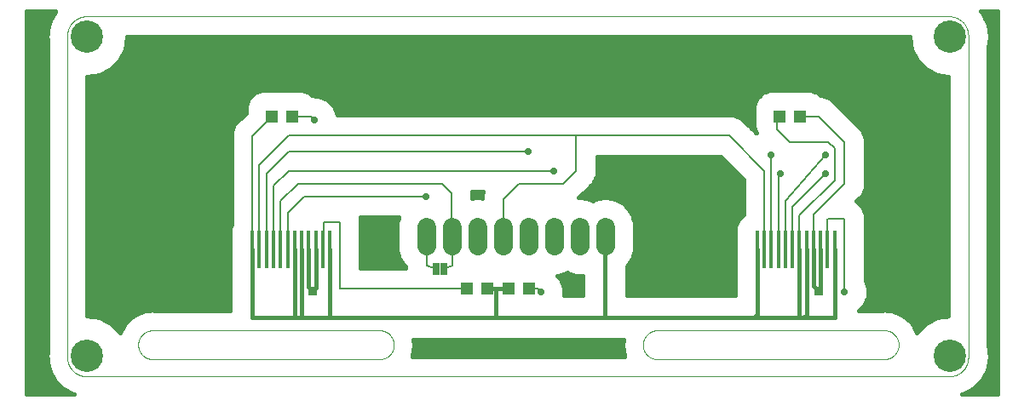
<source format=gbl>
G75*
%MOIN*%
%OFA0B0*%
%FSLAX25Y25*%
%IPPOS*%
%LPD*%
%AMOC8*
5,1,8,0,0,1.08239X$1,22.5*
%
%ADD10C,0.00000*%
%ADD11C,0.12661*%
%ADD12R,0.01575X0.14724*%
%ADD13C,0.07400*%
%ADD14R,0.02500X0.05000*%
%ADD15R,0.04724X0.05118*%
%ADD16C,0.01600*%
%ADD17C,0.00800*%
%ADD18R,0.03762X0.03762*%
%ADD19C,0.02800*%
D10*
X0025300Y0008800D02*
X0362800Y0008800D01*
X0362981Y0008802D01*
X0363162Y0008809D01*
X0363343Y0008820D01*
X0363524Y0008835D01*
X0363704Y0008855D01*
X0363884Y0008879D01*
X0364063Y0008907D01*
X0364241Y0008940D01*
X0364418Y0008977D01*
X0364595Y0009018D01*
X0364770Y0009063D01*
X0364945Y0009113D01*
X0365118Y0009167D01*
X0365289Y0009225D01*
X0365460Y0009287D01*
X0365628Y0009354D01*
X0365795Y0009424D01*
X0365961Y0009498D01*
X0366124Y0009577D01*
X0366285Y0009659D01*
X0366445Y0009745D01*
X0366602Y0009835D01*
X0366757Y0009929D01*
X0366910Y0010026D01*
X0367060Y0010128D01*
X0367208Y0010232D01*
X0367354Y0010341D01*
X0367496Y0010452D01*
X0367636Y0010568D01*
X0367773Y0010686D01*
X0367908Y0010808D01*
X0368039Y0010933D01*
X0368167Y0011061D01*
X0368292Y0011192D01*
X0368414Y0011327D01*
X0368532Y0011464D01*
X0368648Y0011604D01*
X0368759Y0011746D01*
X0368868Y0011892D01*
X0368972Y0012040D01*
X0369074Y0012190D01*
X0369171Y0012343D01*
X0369265Y0012498D01*
X0369355Y0012655D01*
X0369441Y0012815D01*
X0369523Y0012976D01*
X0369602Y0013139D01*
X0369676Y0013305D01*
X0369746Y0013472D01*
X0369813Y0013640D01*
X0369875Y0013811D01*
X0369933Y0013982D01*
X0369987Y0014155D01*
X0370037Y0014330D01*
X0370082Y0014505D01*
X0370123Y0014682D01*
X0370160Y0014859D01*
X0370193Y0015037D01*
X0370221Y0015216D01*
X0370245Y0015396D01*
X0370265Y0015576D01*
X0370280Y0015757D01*
X0370291Y0015938D01*
X0370298Y0016119D01*
X0370300Y0016300D01*
X0370300Y0142300D01*
X0370298Y0142481D01*
X0370291Y0142662D01*
X0370280Y0142843D01*
X0370265Y0143024D01*
X0370245Y0143204D01*
X0370221Y0143384D01*
X0370193Y0143563D01*
X0370160Y0143741D01*
X0370123Y0143918D01*
X0370082Y0144095D01*
X0370037Y0144270D01*
X0369987Y0144445D01*
X0369933Y0144618D01*
X0369875Y0144789D01*
X0369813Y0144960D01*
X0369746Y0145128D01*
X0369676Y0145295D01*
X0369602Y0145461D01*
X0369523Y0145624D01*
X0369441Y0145785D01*
X0369355Y0145945D01*
X0369265Y0146102D01*
X0369171Y0146257D01*
X0369074Y0146410D01*
X0368972Y0146560D01*
X0368868Y0146708D01*
X0368759Y0146854D01*
X0368648Y0146996D01*
X0368532Y0147136D01*
X0368414Y0147273D01*
X0368292Y0147408D01*
X0368167Y0147539D01*
X0368039Y0147667D01*
X0367908Y0147792D01*
X0367773Y0147914D01*
X0367636Y0148032D01*
X0367496Y0148148D01*
X0367354Y0148259D01*
X0367208Y0148368D01*
X0367060Y0148472D01*
X0366910Y0148574D01*
X0366757Y0148671D01*
X0366602Y0148765D01*
X0366445Y0148855D01*
X0366285Y0148941D01*
X0366124Y0149023D01*
X0365961Y0149102D01*
X0365795Y0149176D01*
X0365628Y0149246D01*
X0365460Y0149313D01*
X0365289Y0149375D01*
X0365118Y0149433D01*
X0364945Y0149487D01*
X0364770Y0149537D01*
X0364595Y0149582D01*
X0364418Y0149623D01*
X0364241Y0149660D01*
X0364063Y0149693D01*
X0363884Y0149721D01*
X0363704Y0149745D01*
X0363524Y0149765D01*
X0363343Y0149780D01*
X0363162Y0149791D01*
X0362981Y0149798D01*
X0362800Y0149800D01*
X0025300Y0149800D01*
X0025119Y0149798D01*
X0024938Y0149791D01*
X0024757Y0149780D01*
X0024576Y0149765D01*
X0024396Y0149745D01*
X0024216Y0149721D01*
X0024037Y0149693D01*
X0023859Y0149660D01*
X0023682Y0149623D01*
X0023505Y0149582D01*
X0023330Y0149537D01*
X0023155Y0149487D01*
X0022982Y0149433D01*
X0022811Y0149375D01*
X0022640Y0149313D01*
X0022472Y0149246D01*
X0022305Y0149176D01*
X0022139Y0149102D01*
X0021976Y0149023D01*
X0021815Y0148941D01*
X0021655Y0148855D01*
X0021498Y0148765D01*
X0021343Y0148671D01*
X0021190Y0148574D01*
X0021040Y0148472D01*
X0020892Y0148368D01*
X0020746Y0148259D01*
X0020604Y0148148D01*
X0020464Y0148032D01*
X0020327Y0147914D01*
X0020192Y0147792D01*
X0020061Y0147667D01*
X0019933Y0147539D01*
X0019808Y0147408D01*
X0019686Y0147273D01*
X0019568Y0147136D01*
X0019452Y0146996D01*
X0019341Y0146854D01*
X0019232Y0146708D01*
X0019128Y0146560D01*
X0019026Y0146410D01*
X0018929Y0146257D01*
X0018835Y0146102D01*
X0018745Y0145945D01*
X0018659Y0145785D01*
X0018577Y0145624D01*
X0018498Y0145461D01*
X0018424Y0145295D01*
X0018354Y0145128D01*
X0018287Y0144960D01*
X0018225Y0144789D01*
X0018167Y0144618D01*
X0018113Y0144445D01*
X0018063Y0144270D01*
X0018018Y0144095D01*
X0017977Y0143918D01*
X0017940Y0143741D01*
X0017907Y0143563D01*
X0017879Y0143384D01*
X0017855Y0143204D01*
X0017835Y0143024D01*
X0017820Y0142843D01*
X0017809Y0142662D01*
X0017802Y0142481D01*
X0017800Y0142300D01*
X0017800Y0016300D01*
X0017802Y0016119D01*
X0017809Y0015938D01*
X0017820Y0015757D01*
X0017835Y0015576D01*
X0017855Y0015396D01*
X0017879Y0015216D01*
X0017907Y0015037D01*
X0017940Y0014859D01*
X0017977Y0014682D01*
X0018018Y0014505D01*
X0018063Y0014330D01*
X0018113Y0014155D01*
X0018167Y0013982D01*
X0018225Y0013811D01*
X0018287Y0013640D01*
X0018354Y0013472D01*
X0018424Y0013305D01*
X0018498Y0013139D01*
X0018577Y0012976D01*
X0018659Y0012815D01*
X0018745Y0012655D01*
X0018835Y0012498D01*
X0018929Y0012343D01*
X0019026Y0012190D01*
X0019128Y0012040D01*
X0019232Y0011892D01*
X0019341Y0011746D01*
X0019452Y0011604D01*
X0019568Y0011464D01*
X0019686Y0011327D01*
X0019808Y0011192D01*
X0019933Y0011061D01*
X0020061Y0010933D01*
X0020192Y0010808D01*
X0020327Y0010686D01*
X0020464Y0010568D01*
X0020604Y0010452D01*
X0020746Y0010341D01*
X0020892Y0010232D01*
X0021040Y0010128D01*
X0021190Y0010026D01*
X0021343Y0009929D01*
X0021498Y0009835D01*
X0021655Y0009745D01*
X0021815Y0009659D01*
X0021976Y0009577D01*
X0022139Y0009498D01*
X0022305Y0009424D01*
X0022472Y0009354D01*
X0022640Y0009287D01*
X0022811Y0009225D01*
X0022982Y0009167D01*
X0023155Y0009113D01*
X0023330Y0009063D01*
X0023505Y0009018D01*
X0023682Y0008977D01*
X0023859Y0008940D01*
X0024037Y0008907D01*
X0024216Y0008879D01*
X0024396Y0008855D01*
X0024576Y0008835D01*
X0024757Y0008820D01*
X0024938Y0008809D01*
X0025119Y0008802D01*
X0025300Y0008800D01*
X0050550Y0015550D02*
X0140550Y0015550D01*
X0140698Y0015568D01*
X0140845Y0015590D01*
X0140992Y0015616D01*
X0141137Y0015646D01*
X0141282Y0015680D01*
X0141427Y0015718D01*
X0141570Y0015759D01*
X0141712Y0015804D01*
X0141852Y0015853D01*
X0141991Y0015906D01*
X0142129Y0015962D01*
X0142266Y0016022D01*
X0142401Y0016085D01*
X0142534Y0016152D01*
X0142665Y0016222D01*
X0142794Y0016296D01*
X0142921Y0016373D01*
X0143047Y0016454D01*
X0143170Y0016537D01*
X0143291Y0016624D01*
X0143409Y0016715D01*
X0143525Y0016808D01*
X0143639Y0016904D01*
X0143750Y0017003D01*
X0143859Y0017105D01*
X0143964Y0017210D01*
X0144067Y0017318D01*
X0144167Y0017428D01*
X0144264Y0017541D01*
X0144358Y0017656D01*
X0144449Y0017774D01*
X0144537Y0017894D01*
X0144622Y0018017D01*
X0144703Y0018141D01*
X0144782Y0018268D01*
X0144856Y0018397D01*
X0144928Y0018528D01*
X0144996Y0018660D01*
X0145060Y0018794D01*
X0145121Y0018930D01*
X0145178Y0019068D01*
X0145232Y0019207D01*
X0145282Y0019347D01*
X0145328Y0019489D01*
X0145370Y0019631D01*
X0145409Y0019775D01*
X0145444Y0019920D01*
X0145475Y0020065D01*
X0145502Y0020212D01*
X0145526Y0020359D01*
X0145545Y0020506D01*
X0145561Y0020655D01*
X0145573Y0020803D01*
X0145581Y0020952D01*
X0145585Y0021101D01*
X0145585Y0021249D01*
X0145581Y0021398D01*
X0145573Y0021547D01*
X0145561Y0021695D01*
X0145545Y0021844D01*
X0145526Y0021991D01*
X0145502Y0022138D01*
X0145475Y0022285D01*
X0145444Y0022430D01*
X0145409Y0022575D01*
X0145370Y0022719D01*
X0145328Y0022861D01*
X0145282Y0023003D01*
X0145232Y0023143D01*
X0145178Y0023282D01*
X0145121Y0023420D01*
X0145060Y0023556D01*
X0144996Y0023690D01*
X0144928Y0023822D01*
X0144856Y0023953D01*
X0144782Y0024082D01*
X0144703Y0024209D01*
X0144622Y0024333D01*
X0144537Y0024456D01*
X0144449Y0024576D01*
X0144358Y0024694D01*
X0144264Y0024809D01*
X0144167Y0024922D01*
X0144067Y0025032D01*
X0143964Y0025140D01*
X0143859Y0025245D01*
X0143750Y0025347D01*
X0143639Y0025446D01*
X0143525Y0025542D01*
X0143409Y0025635D01*
X0143291Y0025726D01*
X0143170Y0025813D01*
X0143047Y0025896D01*
X0142921Y0025977D01*
X0142794Y0026054D01*
X0142665Y0026128D01*
X0142534Y0026198D01*
X0142401Y0026265D01*
X0142266Y0026328D01*
X0142129Y0026388D01*
X0141991Y0026444D01*
X0141852Y0026497D01*
X0141712Y0026546D01*
X0141570Y0026591D01*
X0141427Y0026632D01*
X0141282Y0026670D01*
X0141137Y0026704D01*
X0140992Y0026734D01*
X0140845Y0026760D01*
X0140698Y0026782D01*
X0140550Y0026800D01*
X0050550Y0026800D01*
X0050402Y0026782D01*
X0050255Y0026760D01*
X0050108Y0026734D01*
X0049963Y0026704D01*
X0049818Y0026670D01*
X0049673Y0026632D01*
X0049530Y0026591D01*
X0049388Y0026546D01*
X0049248Y0026497D01*
X0049109Y0026444D01*
X0048971Y0026388D01*
X0048834Y0026328D01*
X0048699Y0026265D01*
X0048566Y0026198D01*
X0048435Y0026128D01*
X0048306Y0026054D01*
X0048179Y0025977D01*
X0048053Y0025896D01*
X0047930Y0025813D01*
X0047809Y0025726D01*
X0047691Y0025635D01*
X0047575Y0025542D01*
X0047461Y0025446D01*
X0047350Y0025347D01*
X0047241Y0025245D01*
X0047136Y0025140D01*
X0047033Y0025032D01*
X0046933Y0024922D01*
X0046836Y0024809D01*
X0046742Y0024694D01*
X0046651Y0024576D01*
X0046563Y0024456D01*
X0046478Y0024333D01*
X0046397Y0024209D01*
X0046318Y0024082D01*
X0046244Y0023953D01*
X0046172Y0023822D01*
X0046104Y0023690D01*
X0046040Y0023556D01*
X0045979Y0023420D01*
X0045922Y0023282D01*
X0045868Y0023143D01*
X0045818Y0023003D01*
X0045772Y0022861D01*
X0045730Y0022719D01*
X0045691Y0022575D01*
X0045656Y0022430D01*
X0045625Y0022285D01*
X0045598Y0022138D01*
X0045574Y0021991D01*
X0045555Y0021844D01*
X0045539Y0021695D01*
X0045527Y0021547D01*
X0045519Y0021398D01*
X0045515Y0021249D01*
X0045515Y0021101D01*
X0045519Y0020952D01*
X0045527Y0020803D01*
X0045539Y0020655D01*
X0045555Y0020506D01*
X0045574Y0020359D01*
X0045598Y0020212D01*
X0045625Y0020065D01*
X0045656Y0019920D01*
X0045691Y0019775D01*
X0045730Y0019631D01*
X0045772Y0019489D01*
X0045818Y0019347D01*
X0045868Y0019207D01*
X0045922Y0019068D01*
X0045979Y0018930D01*
X0046040Y0018794D01*
X0046104Y0018660D01*
X0046172Y0018528D01*
X0046244Y0018397D01*
X0046318Y0018268D01*
X0046397Y0018141D01*
X0046478Y0018017D01*
X0046563Y0017894D01*
X0046651Y0017774D01*
X0046742Y0017656D01*
X0046836Y0017541D01*
X0046933Y0017428D01*
X0047033Y0017318D01*
X0047136Y0017210D01*
X0047241Y0017105D01*
X0047350Y0017003D01*
X0047461Y0016904D01*
X0047575Y0016808D01*
X0047691Y0016715D01*
X0047809Y0016624D01*
X0047930Y0016537D01*
X0048053Y0016454D01*
X0048179Y0016373D01*
X0048306Y0016296D01*
X0048435Y0016222D01*
X0048566Y0016152D01*
X0048699Y0016085D01*
X0048834Y0016022D01*
X0048971Y0015962D01*
X0049109Y0015906D01*
X0049248Y0015853D01*
X0049388Y0015804D01*
X0049530Y0015759D01*
X0049673Y0015718D01*
X0049818Y0015680D01*
X0049963Y0015646D01*
X0050108Y0015616D01*
X0050255Y0015590D01*
X0050402Y0015568D01*
X0050550Y0015550D01*
X0248050Y0015550D02*
X0338050Y0015550D01*
X0338198Y0015568D01*
X0338345Y0015590D01*
X0338492Y0015616D01*
X0338637Y0015646D01*
X0338782Y0015680D01*
X0338927Y0015718D01*
X0339070Y0015759D01*
X0339212Y0015804D01*
X0339352Y0015853D01*
X0339491Y0015906D01*
X0339629Y0015962D01*
X0339766Y0016022D01*
X0339901Y0016085D01*
X0340034Y0016152D01*
X0340165Y0016222D01*
X0340294Y0016296D01*
X0340421Y0016373D01*
X0340547Y0016454D01*
X0340670Y0016537D01*
X0340791Y0016624D01*
X0340909Y0016715D01*
X0341025Y0016808D01*
X0341139Y0016904D01*
X0341250Y0017003D01*
X0341359Y0017105D01*
X0341464Y0017210D01*
X0341567Y0017318D01*
X0341667Y0017428D01*
X0341764Y0017541D01*
X0341858Y0017656D01*
X0341949Y0017774D01*
X0342037Y0017894D01*
X0342122Y0018017D01*
X0342203Y0018141D01*
X0342282Y0018268D01*
X0342356Y0018397D01*
X0342428Y0018528D01*
X0342496Y0018660D01*
X0342560Y0018794D01*
X0342621Y0018930D01*
X0342678Y0019068D01*
X0342732Y0019207D01*
X0342782Y0019347D01*
X0342828Y0019489D01*
X0342870Y0019631D01*
X0342909Y0019775D01*
X0342944Y0019920D01*
X0342975Y0020065D01*
X0343002Y0020212D01*
X0343026Y0020359D01*
X0343045Y0020506D01*
X0343061Y0020655D01*
X0343073Y0020803D01*
X0343081Y0020952D01*
X0343085Y0021101D01*
X0343085Y0021249D01*
X0343081Y0021398D01*
X0343073Y0021547D01*
X0343061Y0021695D01*
X0343045Y0021844D01*
X0343026Y0021991D01*
X0343002Y0022138D01*
X0342975Y0022285D01*
X0342944Y0022430D01*
X0342909Y0022575D01*
X0342870Y0022719D01*
X0342828Y0022861D01*
X0342782Y0023003D01*
X0342732Y0023143D01*
X0342678Y0023282D01*
X0342621Y0023420D01*
X0342560Y0023556D01*
X0342496Y0023690D01*
X0342428Y0023822D01*
X0342356Y0023953D01*
X0342282Y0024082D01*
X0342203Y0024209D01*
X0342122Y0024333D01*
X0342037Y0024456D01*
X0341949Y0024576D01*
X0341858Y0024694D01*
X0341764Y0024809D01*
X0341667Y0024922D01*
X0341567Y0025032D01*
X0341464Y0025140D01*
X0341359Y0025245D01*
X0341250Y0025347D01*
X0341139Y0025446D01*
X0341025Y0025542D01*
X0340909Y0025635D01*
X0340791Y0025726D01*
X0340670Y0025813D01*
X0340547Y0025896D01*
X0340421Y0025977D01*
X0340294Y0026054D01*
X0340165Y0026128D01*
X0340034Y0026198D01*
X0339901Y0026265D01*
X0339766Y0026328D01*
X0339629Y0026388D01*
X0339491Y0026444D01*
X0339352Y0026497D01*
X0339212Y0026546D01*
X0339070Y0026591D01*
X0338927Y0026632D01*
X0338782Y0026670D01*
X0338637Y0026704D01*
X0338492Y0026734D01*
X0338345Y0026760D01*
X0338198Y0026782D01*
X0338050Y0026800D01*
X0248050Y0026800D01*
X0247902Y0026782D01*
X0247755Y0026760D01*
X0247608Y0026734D01*
X0247463Y0026704D01*
X0247318Y0026670D01*
X0247173Y0026632D01*
X0247030Y0026591D01*
X0246888Y0026546D01*
X0246748Y0026497D01*
X0246609Y0026444D01*
X0246471Y0026388D01*
X0246334Y0026328D01*
X0246199Y0026265D01*
X0246066Y0026198D01*
X0245935Y0026128D01*
X0245806Y0026054D01*
X0245679Y0025977D01*
X0245553Y0025896D01*
X0245430Y0025813D01*
X0245309Y0025726D01*
X0245191Y0025635D01*
X0245075Y0025542D01*
X0244961Y0025446D01*
X0244850Y0025347D01*
X0244741Y0025245D01*
X0244636Y0025140D01*
X0244533Y0025032D01*
X0244433Y0024922D01*
X0244336Y0024809D01*
X0244242Y0024694D01*
X0244151Y0024576D01*
X0244063Y0024456D01*
X0243978Y0024333D01*
X0243897Y0024209D01*
X0243818Y0024082D01*
X0243744Y0023953D01*
X0243672Y0023822D01*
X0243604Y0023690D01*
X0243540Y0023556D01*
X0243479Y0023420D01*
X0243422Y0023282D01*
X0243368Y0023143D01*
X0243318Y0023003D01*
X0243272Y0022861D01*
X0243230Y0022719D01*
X0243191Y0022575D01*
X0243156Y0022430D01*
X0243125Y0022285D01*
X0243098Y0022138D01*
X0243074Y0021991D01*
X0243055Y0021844D01*
X0243039Y0021695D01*
X0243027Y0021547D01*
X0243019Y0021398D01*
X0243015Y0021249D01*
X0243015Y0021101D01*
X0243019Y0020952D01*
X0243027Y0020803D01*
X0243039Y0020655D01*
X0243055Y0020506D01*
X0243074Y0020359D01*
X0243098Y0020212D01*
X0243125Y0020065D01*
X0243156Y0019920D01*
X0243191Y0019775D01*
X0243230Y0019631D01*
X0243272Y0019489D01*
X0243318Y0019347D01*
X0243368Y0019207D01*
X0243422Y0019068D01*
X0243479Y0018930D01*
X0243540Y0018794D01*
X0243604Y0018660D01*
X0243672Y0018528D01*
X0243744Y0018397D01*
X0243818Y0018268D01*
X0243897Y0018141D01*
X0243978Y0018017D01*
X0244063Y0017894D01*
X0244151Y0017774D01*
X0244242Y0017656D01*
X0244336Y0017541D01*
X0244433Y0017428D01*
X0244533Y0017318D01*
X0244636Y0017210D01*
X0244741Y0017105D01*
X0244850Y0017003D01*
X0244961Y0016904D01*
X0245075Y0016808D01*
X0245191Y0016715D01*
X0245309Y0016624D01*
X0245430Y0016537D01*
X0245553Y0016454D01*
X0245679Y0016373D01*
X0245806Y0016296D01*
X0245935Y0016222D01*
X0246066Y0016152D01*
X0246199Y0016085D01*
X0246334Y0016022D01*
X0246471Y0015962D01*
X0246609Y0015906D01*
X0246748Y0015853D01*
X0246888Y0015804D01*
X0247030Y0015759D01*
X0247173Y0015718D01*
X0247318Y0015680D01*
X0247463Y0015646D01*
X0247608Y0015616D01*
X0247755Y0015590D01*
X0247902Y0015568D01*
X0248050Y0015550D01*
D11*
X0363050Y0016800D03*
X0363050Y0141800D03*
X0025550Y0141800D03*
X0025550Y0016800D03*
D12*
X0090200Y0058514D03*
X0092956Y0058514D03*
X0095711Y0058514D03*
X0098467Y0058514D03*
X0101223Y0058514D03*
X0103979Y0058514D03*
X0106735Y0058514D03*
X0109491Y0058514D03*
X0112247Y0058514D03*
X0115003Y0058514D03*
X0117759Y0058514D03*
X0120515Y0058514D03*
X0287700Y0058514D03*
X0290456Y0058514D03*
X0293211Y0058514D03*
X0295967Y0058514D03*
X0298723Y0058514D03*
X0301479Y0058514D03*
X0304235Y0058514D03*
X0306991Y0058514D03*
X0309747Y0058514D03*
X0312503Y0058514D03*
X0315259Y0058514D03*
X0318015Y0058514D03*
D13*
X0228300Y0059850D02*
X0228300Y0067250D01*
X0218300Y0067250D02*
X0218300Y0059850D01*
X0208300Y0059850D02*
X0208300Y0067250D01*
X0198300Y0067250D02*
X0198300Y0059850D01*
X0188300Y0059850D02*
X0188300Y0067250D01*
X0178300Y0067250D02*
X0178300Y0059850D01*
X0168300Y0059850D02*
X0168300Y0067250D01*
X0158300Y0067250D02*
X0158300Y0059850D01*
D14*
X0161972Y0050800D03*
X0165175Y0050800D03*
D15*
X0174050Y0043050D03*
X0182050Y0043050D03*
X0190300Y0043050D03*
X0198300Y0043050D03*
X0105800Y0110550D03*
X0097800Y0110550D03*
X0296550Y0110550D03*
X0304550Y0110550D03*
D16*
X0001800Y0151800D02*
X0001800Y0001800D01*
X0020300Y0001800D01*
X0019394Y0002043D01*
X0019394Y0002043D01*
X0015906Y0004057D01*
X0015906Y0004057D01*
X0015906Y0004057D01*
X0013057Y0006906D01*
X0013057Y0006906D01*
X0011043Y0010394D01*
X0010680Y0011746D01*
X0010583Y0011937D01*
X0010517Y0012358D01*
X0010000Y0014286D01*
X0010000Y0015619D01*
X0009813Y0016800D01*
X0010000Y0017981D01*
X0010000Y0140619D01*
X0009813Y0141800D01*
X0010000Y0142981D01*
X0010000Y0144314D01*
X0010517Y0146242D01*
X0010583Y0146663D01*
X0010680Y0146854D01*
X0011043Y0148206D01*
X0011043Y0148206D01*
X0013057Y0151694D01*
X0013057Y0151694D01*
X0013163Y0151800D01*
X0001800Y0151800D01*
X0001800Y0150610D02*
X0012431Y0150610D01*
X0011508Y0149011D02*
X0001800Y0149011D01*
X0001800Y0147413D02*
X0010830Y0147413D01*
X0010402Y0145814D02*
X0001800Y0145814D01*
X0001800Y0144216D02*
X0010000Y0144216D01*
X0009942Y0142617D02*
X0001800Y0142617D01*
X0001800Y0141019D02*
X0009937Y0141019D01*
X0010000Y0139420D02*
X0001800Y0139420D01*
X0001800Y0137822D02*
X0010000Y0137822D01*
X0010000Y0136223D02*
X0001800Y0136223D01*
X0001800Y0134625D02*
X0010000Y0134625D01*
X0010000Y0133026D02*
X0001800Y0133026D01*
X0001800Y0131428D02*
X0010000Y0131428D01*
X0010000Y0129829D02*
X0001800Y0129829D01*
X0001800Y0128231D02*
X0010000Y0128231D01*
X0010000Y0126632D02*
X0001800Y0126632D01*
X0001800Y0125034D02*
X0010000Y0125034D01*
X0010000Y0123435D02*
X0001800Y0123435D01*
X0001800Y0121837D02*
X0010000Y0121837D01*
X0010000Y0120238D02*
X0001800Y0120238D01*
X0001800Y0118640D02*
X0010000Y0118640D01*
X0010000Y0117041D02*
X0001800Y0117041D01*
X0001800Y0115443D02*
X0010000Y0115443D01*
X0010000Y0113844D02*
X0001800Y0113844D01*
X0001800Y0112246D02*
X0010000Y0112246D01*
X0010000Y0110647D02*
X0001800Y0110647D01*
X0001800Y0109049D02*
X0010000Y0109049D01*
X0010000Y0107450D02*
X0001800Y0107450D01*
X0001800Y0105852D02*
X0010000Y0105852D01*
X0010000Y0104253D02*
X0001800Y0104253D01*
X0001800Y0102655D02*
X0010000Y0102655D01*
X0010000Y0101056D02*
X0001800Y0101056D01*
X0001800Y0099458D02*
X0010000Y0099458D01*
X0010000Y0097859D02*
X0001800Y0097859D01*
X0001800Y0096261D02*
X0010000Y0096261D01*
X0010000Y0094662D02*
X0001800Y0094662D01*
X0001800Y0093064D02*
X0010000Y0093064D01*
X0010000Y0091465D02*
X0001800Y0091465D01*
X0001800Y0089867D02*
X0010000Y0089867D01*
X0010000Y0088268D02*
X0001800Y0088268D01*
X0001800Y0086670D02*
X0010000Y0086670D01*
X0010000Y0085071D02*
X0001800Y0085071D01*
X0001800Y0083472D02*
X0010000Y0083472D01*
X0010000Y0081874D02*
X0001800Y0081874D01*
X0001800Y0080275D02*
X0010000Y0080275D01*
X0010000Y0078677D02*
X0001800Y0078677D01*
X0001800Y0077078D02*
X0010000Y0077078D01*
X0010000Y0075480D02*
X0001800Y0075480D01*
X0001800Y0073881D02*
X0010000Y0073881D01*
X0010000Y0072283D02*
X0001800Y0072283D01*
X0001800Y0070684D02*
X0010000Y0070684D01*
X0010000Y0069086D02*
X0001800Y0069086D01*
X0001800Y0067487D02*
X0010000Y0067487D01*
X0010000Y0065889D02*
X0001800Y0065889D01*
X0001800Y0064290D02*
X0010000Y0064290D01*
X0010000Y0062692D02*
X0001800Y0062692D01*
X0001800Y0061093D02*
X0010000Y0061093D01*
X0010000Y0059495D02*
X0001800Y0059495D01*
X0001800Y0057896D02*
X0010000Y0057896D01*
X0010000Y0056298D02*
X0001800Y0056298D01*
X0001800Y0054699D02*
X0010000Y0054699D01*
X0010000Y0053101D02*
X0001800Y0053101D01*
X0001800Y0051502D02*
X0010000Y0051502D01*
X0010000Y0049904D02*
X0001800Y0049904D01*
X0001800Y0048305D02*
X0010000Y0048305D01*
X0010000Y0046707D02*
X0001800Y0046707D01*
X0001800Y0045108D02*
X0010000Y0045108D01*
X0010000Y0043510D02*
X0001800Y0043510D01*
X0001800Y0041911D02*
X0010000Y0041911D01*
X0010000Y0040313D02*
X0001800Y0040313D01*
X0001800Y0038714D02*
X0010000Y0038714D01*
X0010000Y0037116D02*
X0001800Y0037116D01*
X0001800Y0035517D02*
X0010000Y0035517D01*
X0010000Y0033919D02*
X0001800Y0033919D01*
X0001800Y0032320D02*
X0010000Y0032320D01*
X0010000Y0030722D02*
X0001800Y0030722D01*
X0001800Y0029123D02*
X0010000Y0029123D01*
X0010000Y0027525D02*
X0001800Y0027525D01*
X0001800Y0025926D02*
X0010000Y0025926D01*
X0010000Y0024328D02*
X0001800Y0024328D01*
X0001800Y0022729D02*
X0010000Y0022729D01*
X0010000Y0021131D02*
X0001800Y0021131D01*
X0001800Y0019532D02*
X0010000Y0019532D01*
X0009993Y0017934D02*
X0001800Y0017934D01*
X0001800Y0016335D02*
X0009887Y0016335D01*
X0010000Y0014737D02*
X0001800Y0014737D01*
X0001800Y0013138D02*
X0010308Y0013138D01*
X0010736Y0011539D02*
X0001800Y0011539D01*
X0001800Y0009941D02*
X0011304Y0009941D01*
X0012227Y0008342D02*
X0001800Y0008342D01*
X0001800Y0006744D02*
X0013219Y0006744D01*
X0014817Y0005145D02*
X0001800Y0005145D01*
X0001800Y0003547D02*
X0016789Y0003547D01*
X0019746Y0001948D02*
X0001800Y0001948D01*
X0034800Y0029531D02*
X0038281Y0026050D01*
X0038402Y0025814D01*
X0040309Y0029418D01*
X0040309Y0029418D01*
X0043504Y0032452D01*
X0043504Y0032452D01*
X0047499Y0034309D01*
X0047499Y0034309D01*
X0048588Y0034430D01*
X0048998Y0034600D01*
X0050118Y0034600D01*
X0051231Y0034724D01*
X0051657Y0034600D01*
X0081600Y0034600D01*
X0081600Y0060224D01*
X0081612Y0060255D01*
X0081612Y0067427D01*
X0082000Y0068363D01*
X0082000Y0104581D01*
X0083248Y0107595D01*
X0087638Y0111984D01*
X0087638Y0114661D01*
X0088825Y0117527D01*
X0091019Y0119722D01*
X0093886Y0120909D01*
X0101714Y0120909D01*
X0101800Y0120873D01*
X0101886Y0120909D01*
X0109714Y0120909D01*
X0112581Y0119722D01*
X0113552Y0118750D01*
X0114681Y0118750D01*
X0115285Y0118500D01*
X0116130Y0118500D01*
X0119511Y0117099D01*
X0122099Y0114511D01*
X0123450Y0111250D01*
X0278431Y0111250D01*
X0281445Y0110002D01*
X0287350Y0104097D01*
X0287350Y0104116D01*
X0286388Y0106439D01*
X0286388Y0114661D01*
X0287575Y0117527D01*
X0289769Y0119722D01*
X0292636Y0120909D01*
X0300464Y0120909D01*
X0300550Y0120873D01*
X0300636Y0120909D01*
X0308464Y0120909D01*
X0311331Y0119722D01*
X0312302Y0118750D01*
X0313431Y0118750D01*
X0316445Y0117502D01*
X0318752Y0115195D01*
X0328752Y0105195D01*
X0330000Y0102181D01*
X0330000Y0082669D01*
X0328752Y0079655D01*
X0326522Y0077425D01*
X0328752Y0075195D01*
X0330000Y0072181D01*
X0330000Y0046044D01*
X0331000Y0043630D01*
X0331000Y0039970D01*
X0329599Y0036589D01*
X0327611Y0034600D01*
X0336943Y0034600D01*
X0337369Y0034724D01*
X0338482Y0034600D01*
X0339602Y0034600D01*
X0340012Y0034430D01*
X0341101Y0034309D01*
X0345096Y0032452D01*
X0345096Y0032452D01*
X0348291Y0029418D01*
X0350198Y0025814D01*
X0350318Y0026050D01*
X0353800Y0029531D01*
X0358187Y0031767D01*
X0362500Y0032450D01*
X0362500Y0126150D01*
X0358187Y0126833D01*
X0353800Y0129068D01*
X0350318Y0132550D01*
X0348083Y0136937D01*
X0347313Y0141800D01*
X0347345Y0142000D01*
X0041255Y0142000D01*
X0041287Y0141800D01*
X0040517Y0136937D01*
X0038281Y0132550D01*
X0034800Y0129068D01*
X0030413Y0126833D01*
X0025600Y0126071D01*
X0025600Y0032529D01*
X0030413Y0031767D01*
X0034800Y0029531D01*
X0035208Y0029123D02*
X0040153Y0029123D01*
X0039307Y0027525D02*
X0036807Y0027525D01*
X0038345Y0025926D02*
X0038461Y0025926D01*
X0041682Y0030722D02*
X0032464Y0030722D01*
X0026919Y0032320D02*
X0043365Y0032320D01*
X0046659Y0033919D02*
X0025600Y0033919D01*
X0025600Y0035517D02*
X0081600Y0035517D01*
X0081600Y0037116D02*
X0025600Y0037116D01*
X0025600Y0038714D02*
X0081600Y0038714D01*
X0081600Y0040313D02*
X0025600Y0040313D01*
X0025600Y0041911D02*
X0081600Y0041911D01*
X0081600Y0043510D02*
X0025600Y0043510D01*
X0025600Y0045108D02*
X0081600Y0045108D01*
X0081600Y0046707D02*
X0025600Y0046707D01*
X0025600Y0048305D02*
X0081600Y0048305D01*
X0081600Y0049904D02*
X0025600Y0049904D01*
X0025600Y0051502D02*
X0081600Y0051502D01*
X0081600Y0053101D02*
X0025600Y0053101D01*
X0025600Y0054699D02*
X0081600Y0054699D01*
X0081600Y0056298D02*
X0025600Y0056298D01*
X0025600Y0057896D02*
X0081600Y0057896D01*
X0081600Y0059495D02*
X0025600Y0059495D01*
X0025600Y0061093D02*
X0081612Y0061093D01*
X0081612Y0062692D02*
X0025600Y0062692D01*
X0025600Y0064290D02*
X0081612Y0064290D01*
X0081612Y0065889D02*
X0025600Y0065889D01*
X0025600Y0067487D02*
X0081637Y0067487D01*
X0082000Y0069086D02*
X0025600Y0069086D01*
X0025600Y0070684D02*
X0082000Y0070684D01*
X0082000Y0072283D02*
X0025600Y0072283D01*
X0025600Y0073881D02*
X0082000Y0073881D01*
X0082000Y0075480D02*
X0025600Y0075480D01*
X0025600Y0077078D02*
X0082000Y0077078D01*
X0082000Y0078677D02*
X0025600Y0078677D01*
X0025600Y0080275D02*
X0082000Y0080275D01*
X0082000Y0081874D02*
X0025600Y0081874D01*
X0025600Y0083472D02*
X0082000Y0083472D01*
X0082000Y0085071D02*
X0025600Y0085071D01*
X0025600Y0086670D02*
X0082000Y0086670D01*
X0082000Y0088268D02*
X0025600Y0088268D01*
X0025600Y0089867D02*
X0082000Y0089867D01*
X0082000Y0091465D02*
X0025600Y0091465D01*
X0025600Y0093064D02*
X0082000Y0093064D01*
X0082000Y0094662D02*
X0025600Y0094662D01*
X0025600Y0096261D02*
X0082000Y0096261D01*
X0082000Y0097859D02*
X0025600Y0097859D01*
X0025600Y0099458D02*
X0082000Y0099458D01*
X0082000Y0101056D02*
X0025600Y0101056D01*
X0025600Y0102655D02*
X0082000Y0102655D01*
X0082000Y0104253D02*
X0025600Y0104253D01*
X0025600Y0105852D02*
X0082526Y0105852D01*
X0083188Y0107450D02*
X0025600Y0107450D01*
X0025600Y0109049D02*
X0084702Y0109049D01*
X0086301Y0110647D02*
X0025600Y0110647D01*
X0025600Y0112246D02*
X0087638Y0112246D01*
X0087638Y0113844D02*
X0025600Y0113844D01*
X0025600Y0115443D02*
X0087962Y0115443D01*
X0088624Y0117041D02*
X0025600Y0117041D01*
X0025600Y0118640D02*
X0089938Y0118640D01*
X0092267Y0120238D02*
X0025600Y0120238D01*
X0025600Y0121837D02*
X0362500Y0121837D01*
X0362500Y0123435D02*
X0025600Y0123435D01*
X0025600Y0125034D02*
X0362500Y0125034D01*
X0359456Y0126632D02*
X0029144Y0126632D01*
X0033156Y0128231D02*
X0355444Y0128231D01*
X0353039Y0129829D02*
X0035561Y0129829D01*
X0037159Y0131428D02*
X0351441Y0131428D01*
X0350076Y0133026D02*
X0038524Y0133026D01*
X0039339Y0134625D02*
X0349261Y0134625D01*
X0348447Y0136223D02*
X0040153Y0136223D01*
X0040657Y0137822D02*
X0347943Y0137822D01*
X0347690Y0139420D02*
X0040910Y0139420D01*
X0041163Y0141019D02*
X0347437Y0141019D01*
X0375031Y0151800D02*
X0381800Y0151800D01*
X0381800Y0001800D01*
X0367800Y0001800D01*
X0368706Y0002043D01*
X0371572Y0003697D01*
X0372300Y0004068D01*
X0375781Y0007550D01*
X0378017Y0011937D01*
X0378787Y0016800D01*
X0378100Y0021138D01*
X0378100Y0137462D01*
X0378787Y0141800D01*
X0378017Y0146663D01*
X0375781Y0151050D01*
X0375031Y0151800D01*
X0376006Y0150610D02*
X0381800Y0150610D01*
X0381800Y0149011D02*
X0376820Y0149011D01*
X0377635Y0147413D02*
X0381800Y0147413D01*
X0381800Y0145814D02*
X0378151Y0145814D01*
X0378404Y0144216D02*
X0381800Y0144216D01*
X0381800Y0142617D02*
X0378658Y0142617D01*
X0378663Y0141019D02*
X0381800Y0141019D01*
X0381800Y0139420D02*
X0378410Y0139420D01*
X0378157Y0137822D02*
X0381800Y0137822D01*
X0381800Y0136223D02*
X0378100Y0136223D01*
X0378100Y0134625D02*
X0381800Y0134625D01*
X0381800Y0133026D02*
X0378100Y0133026D01*
X0378100Y0131428D02*
X0381800Y0131428D01*
X0381800Y0129829D02*
X0378100Y0129829D01*
X0378100Y0128231D02*
X0381800Y0128231D01*
X0381800Y0126632D02*
X0378100Y0126632D01*
X0378100Y0125034D02*
X0381800Y0125034D01*
X0381800Y0123435D02*
X0378100Y0123435D01*
X0378100Y0121837D02*
X0381800Y0121837D01*
X0381800Y0120238D02*
X0378100Y0120238D01*
X0378100Y0118640D02*
X0381800Y0118640D01*
X0381800Y0117041D02*
X0378100Y0117041D01*
X0378100Y0115443D02*
X0381800Y0115443D01*
X0381800Y0113844D02*
X0378100Y0113844D01*
X0378100Y0112246D02*
X0381800Y0112246D01*
X0381800Y0110647D02*
X0378100Y0110647D01*
X0378100Y0109049D02*
X0381800Y0109049D01*
X0381800Y0107450D02*
X0378100Y0107450D01*
X0378100Y0105852D02*
X0381800Y0105852D01*
X0381800Y0104253D02*
X0378100Y0104253D01*
X0378100Y0102655D02*
X0381800Y0102655D01*
X0381800Y0101056D02*
X0378100Y0101056D01*
X0378100Y0099458D02*
X0381800Y0099458D01*
X0381800Y0097859D02*
X0378100Y0097859D01*
X0378100Y0096261D02*
X0381800Y0096261D01*
X0381800Y0094662D02*
X0378100Y0094662D01*
X0378100Y0093064D02*
X0381800Y0093064D01*
X0381800Y0091465D02*
X0378100Y0091465D01*
X0378100Y0089867D02*
X0381800Y0089867D01*
X0381800Y0088268D02*
X0378100Y0088268D01*
X0378100Y0086670D02*
X0381800Y0086670D01*
X0381800Y0085071D02*
X0378100Y0085071D01*
X0378100Y0083472D02*
X0381800Y0083472D01*
X0381800Y0081874D02*
X0378100Y0081874D01*
X0378100Y0080275D02*
X0381800Y0080275D01*
X0381800Y0078677D02*
X0378100Y0078677D01*
X0378100Y0077078D02*
X0381800Y0077078D01*
X0381800Y0075480D02*
X0378100Y0075480D01*
X0378100Y0073881D02*
X0381800Y0073881D01*
X0381800Y0072283D02*
X0378100Y0072283D01*
X0378100Y0070684D02*
X0381800Y0070684D01*
X0381800Y0069086D02*
X0378100Y0069086D01*
X0378100Y0067487D02*
X0381800Y0067487D01*
X0381800Y0065889D02*
X0378100Y0065889D01*
X0378100Y0064290D02*
X0381800Y0064290D01*
X0381800Y0062692D02*
X0378100Y0062692D01*
X0378100Y0061093D02*
X0381800Y0061093D01*
X0381800Y0059495D02*
X0378100Y0059495D01*
X0378100Y0057896D02*
X0381800Y0057896D01*
X0381800Y0056298D02*
X0378100Y0056298D01*
X0378100Y0054699D02*
X0381800Y0054699D01*
X0381800Y0053101D02*
X0378100Y0053101D01*
X0378100Y0051502D02*
X0381800Y0051502D01*
X0381800Y0049904D02*
X0378100Y0049904D01*
X0378100Y0048305D02*
X0381800Y0048305D01*
X0381800Y0046707D02*
X0378100Y0046707D01*
X0378100Y0045108D02*
X0381800Y0045108D01*
X0381800Y0043510D02*
X0378100Y0043510D01*
X0378100Y0041911D02*
X0381800Y0041911D01*
X0381800Y0040313D02*
X0378100Y0040313D01*
X0378100Y0038714D02*
X0381800Y0038714D01*
X0381800Y0037116D02*
X0378100Y0037116D01*
X0378100Y0035517D02*
X0381800Y0035517D01*
X0381800Y0033919D02*
X0378100Y0033919D01*
X0378100Y0032320D02*
X0381800Y0032320D01*
X0381800Y0030722D02*
X0378100Y0030722D01*
X0378100Y0029123D02*
X0381800Y0029123D01*
X0381800Y0027525D02*
X0378100Y0027525D01*
X0378100Y0025926D02*
X0381800Y0025926D01*
X0381800Y0024328D02*
X0378100Y0024328D01*
X0378100Y0022729D02*
X0381800Y0022729D01*
X0381800Y0021131D02*
X0378101Y0021131D01*
X0378354Y0019532D02*
X0381800Y0019532D01*
X0381800Y0017934D02*
X0378607Y0017934D01*
X0378713Y0016335D02*
X0381800Y0016335D01*
X0381800Y0014737D02*
X0378460Y0014737D01*
X0378207Y0013138D02*
X0381800Y0013138D01*
X0381800Y0011539D02*
X0377814Y0011539D01*
X0377000Y0009941D02*
X0381800Y0009941D01*
X0381800Y0008342D02*
X0376185Y0008342D01*
X0374975Y0006744D02*
X0381800Y0006744D01*
X0381800Y0005145D02*
X0373377Y0005145D01*
X0371311Y0003547D02*
X0381800Y0003547D01*
X0381800Y0001948D02*
X0368354Y0001948D01*
X0368706Y0002043D02*
X0368706Y0002043D01*
X0350255Y0025926D02*
X0350139Y0025926D01*
X0349293Y0027525D02*
X0351793Y0027525D01*
X0353392Y0029123D02*
X0348447Y0029123D01*
X0346918Y0030722D02*
X0356136Y0030722D01*
X0361681Y0032320D02*
X0345235Y0032320D01*
X0341941Y0033919D02*
X0362500Y0033919D01*
X0362500Y0035517D02*
X0328528Y0035517D01*
X0329818Y0037116D02*
X0362500Y0037116D01*
X0362500Y0038714D02*
X0330480Y0038714D01*
X0331000Y0040313D02*
X0362500Y0040313D01*
X0362500Y0041911D02*
X0331000Y0041911D01*
X0331000Y0043510D02*
X0362500Y0043510D01*
X0362500Y0045108D02*
X0330388Y0045108D01*
X0330000Y0046707D02*
X0362500Y0046707D01*
X0362500Y0048305D02*
X0330000Y0048305D01*
X0330000Y0049904D02*
X0362500Y0049904D01*
X0362500Y0051502D02*
X0330000Y0051502D01*
X0330000Y0053101D02*
X0362500Y0053101D01*
X0362500Y0054699D02*
X0330000Y0054699D01*
X0330000Y0056298D02*
X0362500Y0056298D01*
X0362500Y0057896D02*
X0330000Y0057896D01*
X0330000Y0059495D02*
X0362500Y0059495D01*
X0362500Y0061093D02*
X0330000Y0061093D01*
X0330000Y0062692D02*
X0362500Y0062692D01*
X0362500Y0064290D02*
X0330000Y0064290D01*
X0330000Y0065889D02*
X0362500Y0065889D01*
X0362500Y0067487D02*
X0330000Y0067487D01*
X0330000Y0069086D02*
X0362500Y0069086D01*
X0362500Y0070684D02*
X0330000Y0070684D01*
X0329958Y0072283D02*
X0362500Y0072283D01*
X0362500Y0073881D02*
X0329296Y0073881D01*
X0328467Y0075480D02*
X0362500Y0075480D01*
X0362500Y0077078D02*
X0326868Y0077078D01*
X0327773Y0078677D02*
X0362500Y0078677D01*
X0362500Y0080275D02*
X0329009Y0080275D01*
X0329671Y0081874D02*
X0362500Y0081874D01*
X0362500Y0083472D02*
X0330000Y0083472D01*
X0330000Y0085071D02*
X0362500Y0085071D01*
X0362500Y0086670D02*
X0330000Y0086670D01*
X0330000Y0088268D02*
X0362500Y0088268D01*
X0362500Y0089867D02*
X0330000Y0089867D01*
X0330000Y0091465D02*
X0362500Y0091465D01*
X0362500Y0093064D02*
X0330000Y0093064D01*
X0330000Y0094662D02*
X0362500Y0094662D01*
X0362500Y0096261D02*
X0330000Y0096261D01*
X0330000Y0097859D02*
X0362500Y0097859D01*
X0362500Y0099458D02*
X0330000Y0099458D01*
X0330000Y0101056D02*
X0362500Y0101056D01*
X0362500Y0102655D02*
X0329804Y0102655D01*
X0329142Y0104253D02*
X0362500Y0104253D01*
X0362500Y0105852D02*
X0328095Y0105852D01*
X0326496Y0107450D02*
X0362500Y0107450D01*
X0362500Y0109049D02*
X0324898Y0109049D01*
X0323299Y0110647D02*
X0362500Y0110647D01*
X0362500Y0112246D02*
X0321701Y0112246D01*
X0320102Y0113844D02*
X0362500Y0113844D01*
X0362500Y0115443D02*
X0318504Y0115443D01*
X0316905Y0117041D02*
X0362500Y0117041D01*
X0362500Y0118640D02*
X0313697Y0118640D01*
X0310083Y0120238D02*
X0362500Y0120238D01*
X0291017Y0120238D02*
X0111333Y0120238D01*
X0114947Y0118640D02*
X0288688Y0118640D01*
X0287374Y0117041D02*
X0119570Y0117041D01*
X0121168Y0115443D02*
X0286712Y0115443D01*
X0286388Y0113844D02*
X0122376Y0113844D01*
X0123038Y0112246D02*
X0286388Y0112246D01*
X0286388Y0110647D02*
X0279886Y0110647D01*
X0282398Y0109049D02*
X0286388Y0109049D01*
X0286388Y0107450D02*
X0283996Y0107450D01*
X0285595Y0105852D02*
X0286631Y0105852D01*
X0287193Y0104253D02*
X0287293Y0104253D01*
X0273591Y0094662D02*
X0225000Y0094662D01*
X0225000Y0094850D02*
X0273403Y0094850D01*
X0282350Y0085903D01*
X0282350Y0072344D01*
X0280300Y0070294D01*
X0279112Y0067427D01*
X0279112Y0060255D01*
X0279100Y0060224D01*
X0279100Y0040400D01*
X0236650Y0040400D01*
X0236650Y0051937D01*
X0237502Y0052789D01*
X0239016Y0055411D01*
X0239800Y0058336D01*
X0239800Y0068764D01*
X0239016Y0071689D01*
X0237502Y0074311D01*
X0235361Y0076452D01*
X0232739Y0077966D01*
X0229814Y0078750D01*
X0226786Y0078750D01*
X0223861Y0077966D01*
X0223300Y0077642D01*
X0222739Y0077966D01*
X0219814Y0078750D01*
X0217847Y0078750D01*
X0221445Y0082348D01*
X0223752Y0084655D01*
X0225000Y0087669D01*
X0225000Y0094850D01*
X0225000Y0093064D02*
X0275190Y0093064D01*
X0276788Y0091465D02*
X0225000Y0091465D01*
X0225000Y0089867D02*
X0278387Y0089867D01*
X0279985Y0088268D02*
X0225000Y0088268D01*
X0224586Y0086670D02*
X0281584Y0086670D01*
X0282350Y0085071D02*
X0223924Y0085071D01*
X0222569Y0083472D02*
X0282350Y0083472D01*
X0282350Y0081874D02*
X0220971Y0081874D01*
X0219372Y0080275D02*
X0282350Y0080275D01*
X0282350Y0078677D02*
X0230087Y0078677D01*
X0226513Y0078677D02*
X0220087Y0078677D01*
X0234277Y0077078D02*
X0282350Y0077078D01*
X0282350Y0075480D02*
X0236334Y0075480D01*
X0237750Y0073881D02*
X0282350Y0073881D01*
X0282288Y0072283D02*
X0238673Y0072283D01*
X0239285Y0070684D02*
X0280690Y0070684D01*
X0279799Y0069086D02*
X0239714Y0069086D01*
X0239800Y0067487D02*
X0279137Y0067487D01*
X0279112Y0065889D02*
X0239800Y0065889D01*
X0239800Y0064290D02*
X0279112Y0064290D01*
X0279112Y0062692D02*
X0239800Y0062692D01*
X0239800Y0061093D02*
X0279112Y0061093D01*
X0279100Y0059495D02*
X0239800Y0059495D01*
X0239682Y0057896D02*
X0279100Y0057896D01*
X0279100Y0056298D02*
X0239254Y0056298D01*
X0238605Y0054699D02*
X0279100Y0054699D01*
X0279100Y0053101D02*
X0237682Y0053101D01*
X0236650Y0051502D02*
X0279100Y0051502D01*
X0279100Y0049904D02*
X0236650Y0049904D01*
X0236650Y0048305D02*
X0279100Y0048305D01*
X0279100Y0046707D02*
X0236650Y0046707D01*
X0236650Y0045108D02*
X0279100Y0045108D01*
X0279100Y0043510D02*
X0236650Y0043510D01*
X0236650Y0041911D02*
X0279100Y0041911D01*
X0287700Y0033200D02*
X0286300Y0031800D01*
X0228050Y0031800D01*
X0228050Y0063550D01*
X0228300Y0063550D01*
X0213861Y0049134D02*
X0213300Y0049458D01*
X0212739Y0049134D01*
X0209814Y0048350D01*
X0209511Y0048350D01*
X0210849Y0047011D01*
X0212250Y0043630D01*
X0212250Y0040400D01*
X0219450Y0040400D01*
X0219450Y0048350D01*
X0216786Y0048350D01*
X0213861Y0049134D01*
X0210976Y0046707D02*
X0219450Y0046707D01*
X0219450Y0048305D02*
X0209556Y0048305D01*
X0211638Y0045108D02*
X0219450Y0045108D01*
X0219450Y0043510D02*
X0212250Y0043510D01*
X0212250Y0041911D02*
X0219450Y0041911D01*
X0228050Y0031800D02*
X0185550Y0031800D01*
X0185550Y0043050D01*
X0182050Y0043050D01*
X0185550Y0043050D02*
X0190300Y0043050D01*
X0185550Y0031800D02*
X0120515Y0031800D01*
X0120515Y0058514D01*
X0115003Y0058514D02*
X0115003Y0043503D01*
X0113800Y0042300D01*
X0112247Y0043853D01*
X0112247Y0058514D01*
X0109491Y0058514D02*
X0109491Y0031800D01*
X0106735Y0031800D01*
X0106735Y0058514D01*
X0090200Y0058514D02*
X0090200Y0031800D01*
X0106735Y0031800D01*
X0109491Y0031800D02*
X0120515Y0031800D01*
X0153232Y0023200D02*
X0229761Y0023200D01*
X0235368Y0023200D01*
X0235036Y0021175D01*
X0235748Y0016827D01*
X0235748Y0016827D01*
X0235868Y0016600D01*
X0152732Y0016600D01*
X0152852Y0016827D01*
X0153564Y0021175D01*
X0153232Y0023200D01*
X0153309Y0022729D02*
X0235291Y0022729D01*
X0235036Y0021175D02*
X0235036Y0021175D01*
X0235044Y0021131D02*
X0153556Y0021131D01*
X0153564Y0021175D02*
X0153564Y0021175D01*
X0153295Y0019532D02*
X0235305Y0019532D01*
X0235567Y0017934D02*
X0153033Y0017934D01*
X0152852Y0016827D02*
X0152852Y0016827D01*
X0150100Y0051250D02*
X0132500Y0051250D01*
X0132500Y0070931D01*
X0132430Y0071100D01*
X0147426Y0071100D01*
X0146800Y0068764D01*
X0146800Y0058336D01*
X0147584Y0055411D01*
X0149098Y0052789D01*
X0150100Y0051787D01*
X0150100Y0051785D01*
X0150100Y0051250D01*
X0150100Y0051502D02*
X0132500Y0051502D01*
X0132500Y0053101D02*
X0148918Y0053101D01*
X0147995Y0054699D02*
X0132500Y0054699D01*
X0132500Y0056298D02*
X0147346Y0056298D01*
X0146918Y0057896D02*
X0132500Y0057896D01*
X0132500Y0059495D02*
X0146800Y0059495D01*
X0146800Y0061093D02*
X0132500Y0061093D01*
X0132500Y0062692D02*
X0146800Y0062692D01*
X0146800Y0064290D02*
X0132500Y0064290D01*
X0132500Y0065889D02*
X0146800Y0065889D01*
X0146800Y0067487D02*
X0132500Y0067487D01*
X0132500Y0069086D02*
X0146886Y0069086D01*
X0147315Y0070684D02*
X0132500Y0070684D01*
X0176250Y0078606D02*
X0176250Y0081100D01*
X0180584Y0081100D01*
X0180100Y0079931D01*
X0180100Y0078673D01*
X0179814Y0078750D01*
X0176786Y0078750D01*
X0176250Y0078606D01*
X0176250Y0078677D02*
X0176513Y0078677D01*
X0176250Y0080275D02*
X0180243Y0080275D01*
X0180100Y0078677D02*
X0180087Y0078677D01*
X0287700Y0058514D02*
X0287700Y0033200D01*
X0286300Y0031800D02*
X0304300Y0031800D01*
X0304235Y0031865D01*
X0304235Y0058514D01*
X0306991Y0058514D02*
X0306991Y0032991D01*
X0305800Y0031800D01*
X0304300Y0031800D01*
X0305800Y0031800D02*
X0317800Y0031800D01*
X0318015Y0032015D01*
X0318015Y0058514D01*
X0312503Y0058514D02*
X0312503Y0043003D01*
X0311800Y0042300D01*
X0309747Y0044353D01*
X0309747Y0058514D01*
D17*
X0309747Y0072247D01*
X0321800Y0084300D01*
X0321800Y0100550D01*
X0311800Y0110550D01*
X0304550Y0110550D01*
X0296550Y0110550D02*
X0295550Y0109550D01*
X0295550Y0105550D01*
X0300550Y0100550D01*
X0315550Y0100550D01*
X0318050Y0098050D01*
X0318050Y0085550D01*
X0304235Y0071735D01*
X0304235Y0058514D01*
X0301479Y0058514D02*
X0301479Y0075229D01*
X0314300Y0088050D01*
X0296800Y0088050D02*
X0295967Y0087217D01*
X0295967Y0058514D01*
X0293211Y0058514D02*
X0293050Y0058675D01*
X0293050Y0095550D01*
X0290550Y0089300D02*
X0290550Y0058608D01*
X0290456Y0058514D01*
X0298723Y0058514D02*
X0298723Y0077473D01*
X0314300Y0095550D01*
X0290550Y0089300D02*
X0276800Y0103050D01*
X0216800Y0103050D01*
X0216800Y0089300D01*
X0211800Y0084300D01*
X0194300Y0084300D01*
X0188300Y0078300D01*
X0188300Y0063550D01*
X0168300Y0063550D02*
X0168050Y0063800D01*
X0168050Y0080550D01*
X0164300Y0084300D01*
X0108050Y0084300D01*
X0101223Y0077473D01*
X0101223Y0058514D01*
X0098467Y0058514D02*
X0098467Y0083467D01*
X0104300Y0089300D01*
X0208050Y0089300D01*
X0198050Y0096800D02*
X0104300Y0096800D01*
X0095711Y0088211D01*
X0095711Y0058514D01*
X0092956Y0058514D02*
X0092956Y0091706D01*
X0104300Y0103050D01*
X0216800Y0103050D01*
X0158050Y0079300D02*
X0110550Y0079300D01*
X0103979Y0072729D01*
X0103979Y0058514D01*
X0117759Y0058514D02*
X0118050Y0058514D01*
X0118050Y0069300D01*
X0124300Y0069300D01*
X0124300Y0043050D01*
X0174050Y0043050D01*
X0168300Y0052050D02*
X0168300Y0063550D01*
X0158300Y0063550D02*
X0158300Y0052050D01*
X0161972Y0050800D01*
X0165175Y0050800D02*
X0168300Y0052050D01*
X0198300Y0043050D02*
X0201800Y0043050D01*
X0203050Y0041800D01*
X0090200Y0058514D02*
X0090200Y0102950D01*
X0097800Y0110550D01*
X0105800Y0110550D02*
X0113050Y0110550D01*
X0114300Y0109300D01*
X0315259Y0070259D02*
X0315259Y0058514D01*
X0315259Y0070259D02*
X0315550Y0070550D01*
X0321800Y0070550D01*
X0321800Y0041800D01*
D18*
X0311800Y0042300D03*
X0113800Y0042300D03*
D19*
X0203050Y0041800D03*
X0158050Y0079300D03*
X0198050Y0096800D03*
X0208050Y0089300D03*
X0293050Y0095550D03*
X0296800Y0088050D03*
X0314300Y0088050D03*
X0314300Y0095550D03*
X0321800Y0041800D03*
X0114300Y0109300D03*
M02*

</source>
